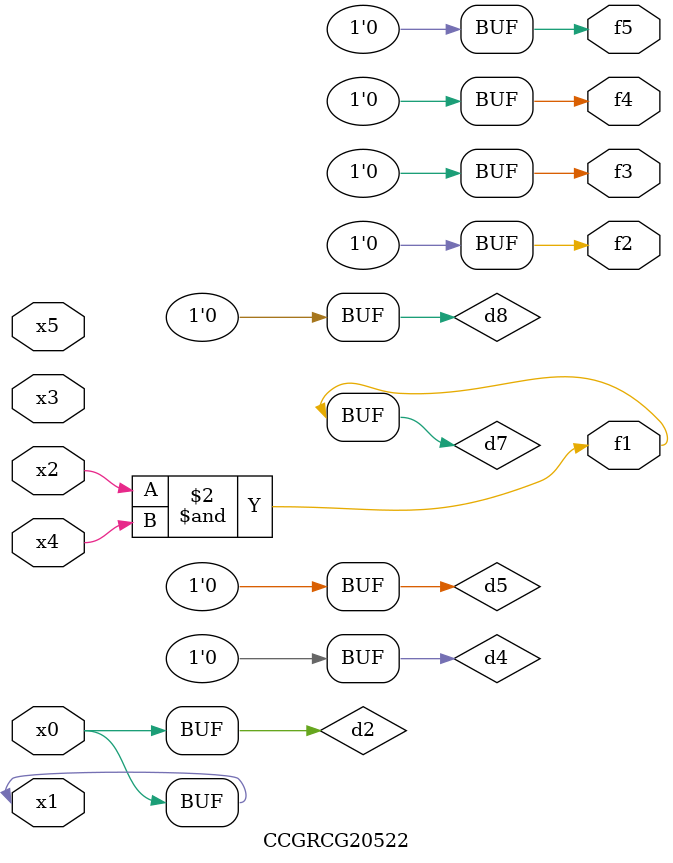
<source format=v>
module CCGRCG20522(
	input x0, x1, x2, x3, x4, x5,
	output f1, f2, f3, f4, f5
);

	wire d1, d2, d3, d4, d5, d6, d7, d8, d9;

	nand (d1, x1);
	buf (d2, x0, x1);
	nand (d3, x2, x4);
	and (d4, d1, d2);
	and (d5, d1, d2);
	nand (d6, d1, d3);
	not (d7, d3);
	xor (d8, d5);
	nor (d9, d5, d6);
	assign f1 = d7;
	assign f2 = d8;
	assign f3 = d8;
	assign f4 = d8;
	assign f5 = d8;
endmodule

</source>
